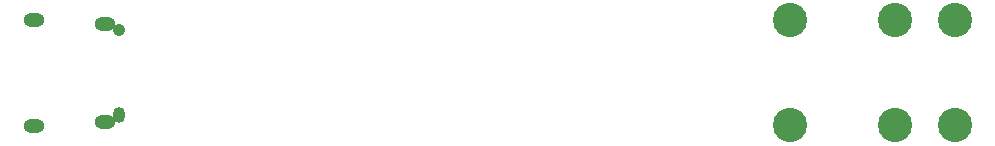
<source format=gbr>
G04 #@! TF.FileFunction,Soldermask,Bot*
%FSLAX46Y46*%
G04 Gerber Fmt 4.6, Leading zero omitted, Abs format (unit mm)*
G04 Created by KiCad (PCBNEW 4.0.7) date 04/10/18 01:40:06*
%MOMM*%
%LPD*%
G01*
G04 APERTURE LIST*
%ADD10C,0.100000*%
%ADD11O,1.800000X1.200000*%
%ADD12O,1.050000X1.350000*%
%ADD13C,1.050000*%
%ADD14C,2.900000*%
G04 APERTURE END LIST*
D10*
D11*
X118535000Y-97470000D03*
X118535000Y-105730000D03*
X112585000Y-106090000D03*
X112585000Y-97110000D03*
D12*
X119785000Y-105200000D03*
D13*
X119785000Y-98000000D03*
D14*
X176530000Y-106045000D03*
X185420000Y-97155000D03*
X185420000Y-106045000D03*
X190500000Y-106045000D03*
X190500000Y-97155000D03*
X176530000Y-97155000D03*
M02*

</source>
